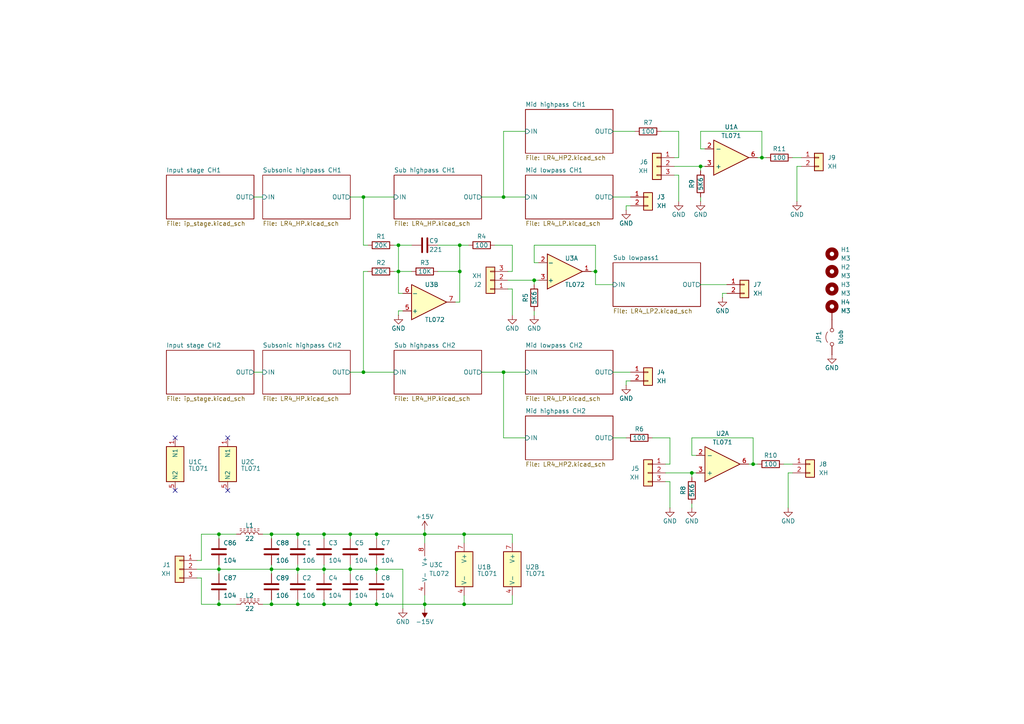
<source format=kicad_sch>
(kicad_sch (version 20231120) (generator "eeschema") (generator_version "8.0")
  (paper "A4")
  (title_block (title "Electronic crossover for 2.1 audio systems") (company "Haos Redro") (comment 1 "Released under CERN OHL 2.0-S") (comment 2 "Copyright Taiyo Rawle 2025") (comment 3 "Haos Redro PN: 0000.011D"))
  (lib_symbols
    (symbol "Amplifier_Operational:TL072" (pin_names (offset 0.127))
      (property "Reference" "U" (at 0 5.08 0))
      (property "Value" "TL072" (at 0 -5.08 0))
      (symbol "TL072_1_1"
        (polyline (pts (xy -5.08 5.08) (xy 5.08 0) (xy -5.08 -5.08) (xy -5.08 5.08)) (stroke (width 0.254)) (fill (type background)))
        (pin output line (at 7.62 0 180) (length 2.54) (name "~") (number "1"))
        (pin input line (at -7.62 -2.54 0) (length 2.54) (name "-") (number "2"))
        (pin input line (at -7.62 2.54 0) (length 2.54) (name "+") (number "3"))
      )
      (symbol "TL072_2_1"
        (polyline (pts (xy -5.08 5.08) (xy 5.08 0) (xy -5.08 -5.08) (xy -5.08 5.08)) (stroke (width 0.254)) (fill (type background)))
        (pin input line (at -7.62 2.54 0) (length 2.54) (name "+") (number "5"))
        (pin input line (at -7.62 -2.54 0) (length 2.54) (name "-") (number "6"))
        (pin output line (at 7.62 0 180) (length 2.54) (name "~") (number "7"))
      )
      (symbol "TL072_3_1"
        (pin power_in line (at -2.54 -7.62 90) (length 3.81) (name "V-") (number "4"))
        (pin power_in line (at -2.54 7.62 270) (length 3.81) (name "V+") (number "8"))
      )
    )
    (symbol "Connector_Generic:Conn_01x02" (pin_names (offset 1.016) hide)
      (property "Reference" "J" (at 0 2.54 0))
      (property "Value" "Conn_01x02" (at 0 -5.08 0))
      (symbol "Conn_01x02_1_1"
        (rectangle (start -1.27 -2.413) (end 0 -2.667) (stroke (width 0.1524)))
        (rectangle (start -1.27 0.127) (end 0 -0.127) (stroke (width 0.1524)))
        (rectangle (start -1.27 1.27) (end 1.27 -3.81) (stroke (width 0.254)) (fill (type background)))
        (pin passive line (at -5.08 0 0) (length 3.81) (name "Pin_1") (number "1"))
        (pin passive line (at -5.08 -2.54 0) (length 3.81) (name "Pin_2") (number "2"))
      )
    )
    (symbol "Connector_Generic:Conn_01x03" (pin_names (offset 1.016) hide)
      (property "Reference" "J" (at 0 5.08 0))
      (property "Value" "Conn_01x03" (at 0 -5.08 0))
      (symbol "Conn_01x03_1_1"
        (rectangle (start -1.27 -2.413) (end 0 -2.667) (stroke (width 0.1524)))
        (rectangle (start -1.27 0.127) (end 0 -0.127) (stroke (width 0.1524)))
        (rectangle (start -1.27 2.667) (end 0 2.413) (stroke (width 0.1524)))
        (rectangle (start -1.27 3.81) (end 1.27 -3.81) (stroke (width 0.254)) (fill (type background)))
        (pin passive line (at -5.08 2.54 0) (length 3.81) (name "Pin_1") (number "1"))
        (pin passive line (at -5.08 0 0) (length 3.81) (name "Pin_2") (number "2"))
        (pin passive line (at -5.08 -2.54 0) (length 3.81) (name "Pin_3") (number "3"))
      )
    )
    (symbol "Device:C" (pin_numbers hide) (pin_names (offset 0.254))
      (property "Reference" "C" (at 0.635 2.54 0))
      (property "Value" "C" (at 0.635 -2.54 0))
      (symbol "C_0_1"
        (polyline (pts (xy -2.032 -0.762) (xy 2.032 -0.762)) (stroke (width 0.508)))
        (polyline (pts (xy -2.032 0.762) (xy 2.032 0.762)) (stroke (width 0.508)))
      )
      (symbol "C_1_1"
        (pin passive line (at 0 3.81 270) (length 2.794) (name "~") (number "1"))
        (pin passive line (at 0 -3.81 90) (length 2.794) (name "~") (number "2"))
      )
    )
    (symbol "Device:L_Ferrite" (pin_numbers hide) (pin_names (offset 1.016) hide)
      (property "Reference" "L" (at -1.27 0 90))
      (property "Value" "L_Ferrite" (at 2.794 0 90))
      (symbol "L_Ferrite_0_1"
        (arc (start 0 -2.54) (mid 0.6323 -1.905) (end 0 -1.27))
        (arc (start 0 -1.27) (mid 0.6323 -0.635) (end 0 0))
        (polyline (pts (xy 1.016 -2.794) (xy 1.016 -2.286)))
        (polyline (pts (xy 1.016 -1.778) (xy 1.016 -1.27)))
        (polyline (pts (xy 1.016 -0.762) (xy 1.016 -0.254)))
        (polyline (pts (xy 1.016 0.254) (xy 1.016 0.762)))
        (polyline (pts (xy 1.016 1.27) (xy 1.016 1.778)))
        (polyline (pts (xy 1.016 2.286) (xy 1.016 2.794)))
        (polyline (pts (xy 1.524 -2.286) (xy 1.524 -2.794)))
        (polyline (pts (xy 1.524 -1.27) (xy 1.524 -1.778)))
        (polyline (pts (xy 1.524 -0.254) (xy 1.524 -0.762)))
        (polyline (pts (xy 1.524 0.762) (xy 1.524 0.254)))
        (polyline (pts (xy 1.524 1.778) (xy 1.524 1.27)))
        (polyline (pts (xy 1.524 2.794) (xy 1.524 2.286)))
        (arc (start 0 0) (mid 0.6323 0.635) (end 0 1.27))
        (arc (start 0 1.27) (mid 0.6323 1.905) (end 0 2.54))
      )
      (symbol "L_Ferrite_1_1"
        (pin passive line (at 0 3.81 270) (length 1.27) (name "1") (number "1"))
        (pin passive line (at 0 -3.81 90) (length 1.27) (name "2") (number "2"))
      )
    )
    (symbol "Device:R" (pin_numbers hide) (pin_names (offset 0))
      (property "Reference" "R" (at 2.032 0 90))
      (property "Value" "R" (at 0 0 90))
      (symbol "R_0_1"
        (rectangle (start -1.016 -2.54) (end 1.016 2.54) (stroke (width 0.254)))
      )
      (symbol "R_1_1"
        (pin passive line (at 0 3.81 270) (length 1.27) (name "~") (number "1"))
        (pin passive line (at 0 -3.81 90) (length 1.27) (name "~") (number "2"))
      )
    )
    (symbol "HR Parts:OPAMP_GENERIC_8P_MP"
      (property "Reference" "U" (at -3.81 0 0))
      (symbol "OPAMP_GENERIC_8P_MP_1_1"
        (polyline (pts (xy -3.81 -5.08) (xy -3.81 5.08) (xy 6.35 0) (xy -3.81 -5.08)) (stroke (width 0.254)) (fill (type background)))
        (pin input line (at -6.35 2.54 0) (length 2.54) (name "-") (number "2"))
        (pin input line (at -6.35 -2.54 0) (length 2.54) (name "+") (number "3"))
        (pin output line (at 8.89 0 180) (length 2.54) (name "") (number "6"))
        (pin no_connect line (at 0 0 90) (length 0) hide (name "") (number "8"))
      )
      (symbol "OPAMP_GENERIC_8P_MP_2_1"
        (rectangle (start -2.54 5.08) (end 2.54 -5.08) (stroke (width 0.254)) (fill (type background)))
        (pin power_in line (at 0 -7.62 90) (length 2.54) (name "V-") (number "4"))
        (pin power_in line (at 0 7.62 270) (length 2.54) (name "V+") (number "7"))
      )
      (symbol "OPAMP_GENERIC_8P_MP_3_1"
        (rectangle (start -2.54 5.08) (end 2.54 -5.08) (stroke (width 0.254)) (fill (type background)))
        (pin input line (at 0 7.62 270) (length 2.54) (name "N1") (number "1"))
        (pin input line (at 0 -7.62 90) (length 2.54) (name "N2") (number "5"))
      )
    )
    (symbol "Jumper:Jumper_2_Open" (pin_numbers hide) (pin_names (offset 0) hide) (exclude_from_sim yes)
      (property "Reference" "JP" (at 0 2.794 0))
      (property "Value" "Jumper_2_Open" (at 0 -2.286 0))
      (symbol "Jumper_2_Open_0_0"
        (circle (center -2.032 0) (radius 0.508))
        (circle (center 2.032 0) (radius 0.508))
      )
      (symbol "Jumper_2_Open_0_1"
        (arc (start 1.524 1.27) (mid 0 1.778) (end -1.524 1.27))
      )
      (symbol "Jumper_2_Open_1_1"
        (pin passive line (at -5.08 0 0) (length 2.54) (name "A") (number "1"))
        (pin passive line (at 5.08 0 180) (length 2.54) (name "B") (number "2"))
      )
    )
    (symbol "Mechanical:MountingHole" (pin_names (offset 1.016)) (exclude_from_sim yes) (in_bom no)
      (property "Reference" "H" (at 0 5.08 0))
      (property "Value" "MountingHole" (at 0 3.175 0))
      (symbol "MountingHole_0_1"
        (circle (center 0 0) (radius 1.27) (stroke (width 1.27)))
      )
    )
    (symbol "Mechanical:MountingHole_Pad" (pin_numbers hide) (pin_names (offset 1.016) hide) (exclude_from_sim yes) (in_bom no)
      (property "Reference" "H" (at 0 6.35 0))
      (property "Value" "MountingHole_Pad" (at 0 4.445 0))
      (symbol "MountingHole_Pad_0_1"
        (circle (center 0 1.27) (radius 1.27) (stroke (width 1.27)))
      )
      (symbol "MountingHole_Pad_1_1"
        (pin input line (at 0 -2.54 90) (length 2.54) (name "1") (number "1"))
      )
    )
    (symbol "power:+15V" (power) (pin_numbers hide) (pin_names (offset 0) hide)
      (property "Value" "+15V" (at 0 3.556 0))
      (symbol "+15V_0_1"
        (polyline (pts (xy -0.762 1.27) (xy 0 2.54)))
        (polyline (pts (xy 0 0) (xy 0 2.54)))
        (polyline (pts (xy 0 2.54) (xy 0.762 1.27)))
      )
      (symbol "+15V_1_1"
        (pin power_in line (at 0 0 90) (length 0) (name "~") (number "1"))
      )
    )
    (symbol "power:-15V" (power) (pin_numbers hide) (pin_names (offset 0) hide)
      (property "Value" "-15V" (at 0 3.556 0))
      (symbol "-15V_0_0"
        (pin power_in line (at 0 0 90) (length 0) (name "~") (number "1"))
      )
      (symbol "-15V_0_1"
        (polyline (pts (xy 0 0) (xy 0 1.27) (xy 0.762 1.27) (xy 0 2.54) (xy -0.762 1.27) (xy 0 1.27)) (fill (type outline)))
      )
    )
    (symbol "power:GND" (power) (pin_numbers hide) (pin_names (offset 0) hide)
      (property "Value" "GND" (at 0 -3.81 0))
      (symbol "GND_0_1"
        (polyline (pts (xy 0 0) (xy 0 -1.27) (xy 1.27 -1.27) (xy 0 -2.54) (xy -1.27 -1.27) (xy 0 -1.27)))
      )
      (symbol "GND_1_1"
        (pin power_in line (at 0 0 270) (length 0) (name "~") (number "1"))
      )
    )
  )
  (junction (at 109.22 165.1))
  (junction (at 105.41 57.15))
  (junction (at 63.5 165.1))
  (junction (at 78.74 154.94))
  (junction (at 203.2 48.26))
  (junction (at 78.74 165.1))
  (junction (at 101.6 154.94))
  (junction (at 134.62 175.26))
  (junction (at 146.05 107.95))
  (junction (at 154.94 81.28))
  (junction (at 133.35 71.12))
  (junction (at 86.36 175.26))
  (junction (at 63.5 175.26))
  (junction (at 109.22 154.94))
  (junction (at 220.98 45.72))
  (junction (at 101.6 175.26))
  (junction (at 93.98 165.1))
  (junction (at 218.44 134.62))
  (junction (at 93.98 154.94))
  (junction (at 93.98 175.26))
  (junction (at 63.5 154.94))
  (junction (at 78.74 175.26))
  (junction (at 133.35 78.74))
  (junction (at 109.22 175.26))
  (junction (at 172.72 78.74))
  (junction (at 86.36 165.1))
  (junction (at 146.05 57.15))
  (junction (at 123.19 154.94))
  (junction (at 86.36 154.94))
  (junction (at 105.41 107.95))
  (junction (at 115.57 71.12))
  (junction (at 200.66 137.16))
  (junction (at 134.62 154.94))
  (junction (at 123.19 175.26))
  (junction (at 101.6 165.1))
  (junction (at 115.57 78.74))
  (no_connect (at 66.04 142.24))
  (no_connect (at 66.04 127))
  (no_connect (at 50.8 127))
  (no_connect (at 50.8 142.24))
  (wire (pts (xy 78.74 175.26) (xy 86.36 175.26)))
  (wire (pts (xy 106.68 78.74) (xy 105.41 78.74)))
  (wire (pts (xy 156.21 76.2) (xy 154.94 76.2)))
  (wire (pts (xy 109.22 165.1) (xy 116.84 165.1)))
  (wire (pts (xy 105.41 78.74) (xy 105.41 107.95)))
  (wire (pts (xy 115.57 90.17) (xy 115.57 91.44)))
  (wire (pts (xy 181.61 110.49) (xy 181.61 111.76)))
  (wire (pts (xy 172.72 71.12) (xy 172.72 78.74)))
  (wire (pts (xy 229.87 134.62) (xy 227.33 134.62)))
  (wire (pts (xy 134.62 175.26) (xy 148.59 175.26)))
  (wire (pts (xy 133.35 71.12) (xy 135.89 71.12)))
  (wire (pts (xy 123.19 153.67) (xy 123.19 154.94)))
  (wire (pts (xy 139.7 107.95) (xy 146.05 107.95)))
  (wire (pts (xy 57.15 167.64) (xy 58.42 167.64)))
  (wire (pts (xy 177.8 57.15) (xy 182.88 57.15)))
  (wire (pts (xy 101.6 107.95) (xy 105.41 107.95)))
  (wire (pts (xy 196.85 58.42) (xy 196.85 50.8)))
  (wire (pts (xy 133.35 78.74) (xy 133.35 71.12)))
  (wire (pts (xy 101.6 57.15) (xy 105.41 57.15)))
  (wire (pts (xy 194.31 127) (xy 189.23 127)))
  (wire (pts (xy 78.74 154.94) (xy 86.36 154.94)))
  (wire (pts (xy 209.55 85.09) (xy 209.55 86.36)))
  (wire (pts (xy 57.15 162.56) (xy 58.42 162.56)))
  (wire (pts (xy 86.36 175.26) (xy 86.36 173.99)))
  (wire (pts (xy 106.68 71.12) (xy 105.41 71.12)))
  (wire (pts (xy 134.62 154.94) (xy 148.59 154.94)))
  (wire (pts (xy 93.98 173.99) (xy 93.98 175.26)))
  (wire (pts (xy 115.57 78.74) (xy 119.38 78.74)))
  (wire (pts (xy 63.5 165.1) (xy 63.5 166.37)))
  (wire (pts (xy 177.8 127) (xy 181.61 127)))
  (wire (pts (xy 116.84 90.17) (xy 115.57 90.17)))
  (wire (pts (xy 220.98 45.72) (xy 219.71 45.72)))
  (wire (pts (xy 109.22 173.99) (xy 109.22 175.26)))
  (wire (pts (xy 101.6 165.1) (xy 109.22 165.1)))
  (wire (pts (xy 228.6 137.16) (xy 229.87 137.16)))
  (wire (pts (xy 154.94 76.2) (xy 154.94 71.12)))
  (wire (pts (xy 78.74 154.94) (xy 78.74 156.21)))
  (wire (pts (xy 193.04 134.62) (xy 194.31 134.62)))
  (wire (pts (xy 200.66 127) (xy 218.44 127)))
  (wire (pts (xy 220.98 38.1) (xy 220.98 45.72)))
  (wire (pts (xy 200.66 132.08) (xy 200.66 127)))
  (wire (pts (xy 63.5 154.94) (xy 63.5 156.21)))
  (wire (pts (xy 93.98 165.1) (xy 101.6 165.1)))
  (wire (pts (xy 133.35 71.12) (xy 127 71.12)))
  (wire (pts (xy 177.8 82.55) (xy 172.72 82.55)))
  (wire (pts (xy 154.94 90.17) (xy 154.94 91.44)))
  (wire (pts (xy 101.6 154.94) (xy 109.22 154.94)))
  (wire (pts (xy 114.3 71.12) (xy 115.57 71.12)))
  (wire (pts (xy 78.74 173.99) (xy 78.74 175.26)))
  (wire (pts (xy 115.57 85.09) (xy 116.84 85.09)))
  (wire (pts (xy 172.72 82.55) (xy 172.72 78.74)))
  (wire (pts (xy 63.5 173.99) (xy 63.5 175.26)))
  (wire (pts (xy 93.98 154.94) (xy 93.98 156.21)))
  (wire (pts (xy 148.59 78.74) (xy 148.59 71.12)))
  (wire (pts (xy 123.19 175.26) (xy 134.62 175.26)))
  (wire (pts (xy 133.35 87.63) (xy 133.35 78.74)))
  (wire (pts (xy 58.42 154.94) (xy 63.5 154.94)))
  (wire (pts (xy 148.59 91.44) (xy 148.59 83.82)))
  (wire (pts (xy 78.74 165.1) (xy 78.74 166.37)))
  (wire (pts (xy 134.62 154.94) (xy 134.62 157.48)))
  (wire (pts (xy 73.66 57.15) (xy 76.2 57.15)))
  (wire (pts (xy 148.59 71.12) (xy 143.51 71.12)))
  (wire (pts (xy 177.8 38.1) (xy 184.15 38.1)))
  (wire (pts (xy 73.66 107.95) (xy 76.2 107.95)))
  (wire (pts (xy 78.74 163.83) (xy 78.74 165.1)))
  (wire (pts (xy 109.22 154.94) (xy 109.22 156.21)))
  (wire (pts (xy 210.82 85.09) (xy 209.55 85.09)))
  (wire (pts (xy 115.57 78.74) (xy 115.57 85.09)))
  (wire (pts (xy 123.19 175.26) (xy 123.19 176.53)))
  (wire (pts (xy 123.19 154.94) (xy 134.62 154.94)))
  (wire (pts (xy 101.6 165.1) (xy 101.6 166.37)))
  (wire (pts (xy 172.72 78.74) (xy 171.45 78.74)))
  (wire (pts (xy 78.74 165.1) (xy 86.36 165.1)))
  (wire (pts (xy 132.08 87.63) (xy 133.35 87.63)))
  (wire (pts (xy 93.98 154.94) (xy 101.6 154.94)))
  (wire (pts (xy 203.2 43.18) (xy 203.2 38.1)))
  (wire (pts (xy 134.62 175.26) (xy 134.62 172.72)))
  (wire (pts (xy 86.36 165.1) (xy 86.36 166.37)))
  (wire (pts (xy 86.36 175.26) (xy 93.98 175.26)))
  (wire (pts (xy 181.61 59.69) (xy 181.61 60.96)))
  (wire (pts (xy 146.05 57.15) (xy 152.4 57.15)))
  (wire (pts (xy 194.31 139.7) (xy 193.04 139.7)))
  (wire (pts (xy 105.41 107.95) (xy 114.3 107.95)))
  (wire (pts (xy 204.47 43.18) (xy 203.2 43.18)))
  (wire (pts (xy 218.44 127) (xy 218.44 134.62)))
  (wire (pts (xy 194.31 147.32) (xy 194.31 139.7)))
  (wire (pts (xy 146.05 107.95) (xy 152.4 107.95)))
  (wire (pts (xy 58.42 175.26) (xy 63.5 175.26)))
  (wire (pts (xy 139.7 57.15) (xy 146.05 57.15)))
  (wire (pts (xy 76.2 154.94) (xy 78.74 154.94)))
  (wire (pts (xy 146.05 38.1) (xy 152.4 38.1)))
  (wire (pts (xy 147.32 81.28) (xy 154.94 81.28)))
  (wire (pts (xy 58.42 162.56) (xy 58.42 154.94)))
  (wire (pts (xy 101.6 163.83) (xy 101.6 165.1)))
  (wire (pts (xy 203.2 57.15) (xy 203.2 58.42)))
  (wire (pts (xy 115.57 71.12) (xy 119.38 71.12)))
  (wire (pts (xy 200.66 137.16) (xy 201.93 137.16)))
  (wire (pts (xy 193.04 137.16) (xy 200.66 137.16)))
  (wire (pts (xy 154.94 81.28) (xy 154.94 82.55)))
  (wire (pts (xy 123.19 175.26) (xy 123.19 172.72)))
  (wire (pts (xy 86.36 154.94) (xy 86.36 156.21)))
  (wire (pts (xy 93.98 165.1) (xy 93.98 166.37)))
  (wire (pts (xy 154.94 71.12) (xy 172.72 71.12)))
  (wire (pts (xy 127 78.74) (xy 133.35 78.74)))
  (wire (pts (xy 116.84 165.1) (xy 116.84 176.53)))
  (wire (pts (xy 76.2 175.26) (xy 78.74 175.26)))
  (wire (pts (xy 114.3 78.74) (xy 115.57 78.74)))
  (wire (pts (xy 228.6 147.32) (xy 228.6 137.16)))
  (wire (pts (xy 231.14 48.26) (xy 232.41 48.26)))
  (wire (pts (xy 58.42 167.64) (xy 58.42 175.26)))
  (wire (pts (xy 93.98 175.26) (xy 101.6 175.26)))
  (wire (pts (xy 146.05 57.15) (xy 146.05 38.1)))
  (wire (pts (xy 63.5 154.94) (xy 68.58 154.94)))
  (wire (pts (xy 101.6 175.26) (xy 109.22 175.26)))
  (wire (pts (xy 148.59 83.82) (xy 147.32 83.82)))
  (wire (pts (xy 109.22 163.83) (xy 109.22 165.1)))
  (wire (pts (xy 146.05 127) (xy 152.4 127)))
  (wire (pts (xy 147.32 78.74) (xy 148.59 78.74)))
  (wire (pts (xy 182.88 110.49) (xy 181.61 110.49)))
  (wire (pts (xy 218.44 134.62) (xy 219.71 134.62)))
  (wire (pts (xy 177.8 107.95) (xy 182.88 107.95)))
  (wire (pts (xy 63.5 165.1) (xy 78.74 165.1)))
  (wire (pts (xy 203.2 48.26) (xy 204.47 48.26)))
  (wire (pts (xy 93.98 163.83) (xy 93.98 165.1)))
  (wire (pts (xy 57.15 165.1) (xy 63.5 165.1)))
  (wire (pts (xy 63.5 163.83) (xy 63.5 165.1)))
  (wire (pts (xy 196.85 50.8) (xy 195.58 50.8)))
  (wire (pts (xy 105.41 57.15) (xy 114.3 57.15)))
  (wire (pts (xy 63.5 175.26) (xy 68.58 175.26)))
  (wire (pts (xy 203.2 82.55) (xy 210.82 82.55)))
  (wire (pts (xy 218.44 134.62) (xy 217.17 134.62)))
  (wire (pts (xy 148.59 175.26) (xy 148.59 172.72)))
  (wire (pts (xy 148.59 154.94) (xy 148.59 157.48)))
  (wire (pts (xy 86.36 154.94) (xy 93.98 154.94)))
  (wire (pts (xy 101.6 173.99) (xy 101.6 175.26)))
  (wire (pts (xy 195.58 45.72) (xy 196.85 45.72)))
  (wire (pts (xy 232.41 45.72) (xy 229.87 45.72)))
  (wire (pts (xy 109.22 165.1) (xy 109.22 166.37)))
  (wire (pts (xy 203.2 38.1) (xy 220.98 38.1)))
  (wire (pts (xy 201.93 132.08) (xy 200.66 132.08)))
  (wire (pts (xy 109.22 175.26) (xy 123.19 175.26)))
  (wire (pts (xy 195.58 48.26) (xy 203.2 48.26)))
  (wire (pts (xy 200.66 146.05) (xy 200.66 147.32)))
  (wire (pts (xy 109.22 154.94) (xy 123.19 154.94)))
  (wire (pts (xy 194.31 134.62) (xy 194.31 127)))
  (wire (pts (xy 154.94 81.28) (xy 156.21 81.28)))
  (wire (pts (xy 196.85 45.72) (xy 196.85 38.1)))
  (wire (pts (xy 231.14 58.42) (xy 231.14 48.26)))
  (wire (pts (xy 182.88 59.69) (xy 181.61 59.69)))
  (wire (pts (xy 203.2 48.26) (xy 203.2 49.53)))
  (wire (pts (xy 115.57 71.12) (xy 115.57 78.74)))
  (wire (pts (xy 86.36 165.1) (xy 86.36 163.83)))
  (wire (pts (xy 86.36 165.1) (xy 93.98 165.1)))
  (wire (pts (xy 146.05 107.95) (xy 146.05 127)))
  (wire (pts (xy 200.66 137.16) (xy 200.66 138.43)))
  (wire (pts (xy 220.98 45.72) (xy 222.25 45.72)))
  (wire (pts (xy 101.6 156.21) (xy 101.6 154.94)))
  (wire (pts (xy 105.41 57.15) (xy 105.41 71.12)))
  (wire (pts (xy 196.85 38.1) (xy 191.77 38.1)))
  (wire (pts (xy 123.19 154.94) (xy 123.19 157.48)))
  (symbol (lib_id "HR Parts:OPAMP_GENERIC_8P_MP") (at 148.59 165.1 0) (unit 2)
    (property "Reference" "U2" (at 152.4 164.4649 0) (effects (justify left)))
    (property "Value" "TL071" (at 152.4 166.37 0) (effects (justify left)))
    (property "Footprint" "Package_SO:SOIC-8_3.9x4.9mm_P1.27mm" (effects (hide yes)))
    (property "Description" "8-pin single opamp split into separate units for power pins and offset null pins." (effects (hide yes)))
  )
  (symbol (lib_id "Device:L_Ferrite") (at 72.39 154.94 90) (unit 1)
    (property "Reference" "L1" (at 72.39 152.4 90))
    (property "Value" "22" (at 72.39 156.21 90))
    (property "Footprint" "Inductor_SMD:L_1210_3225Metric" (effects (hide yes)))
    (property "Description" "Inductor with ferrite core" (effects (hide yes)))
  )
  (symbol (lib_id "Jumper:Jumper_2_Open") (at 241.3 97.79 90) (unit 1) (exclude_from_sim yes)
    (property "Reference" "JP1" (at 237.49 97.79 0))
    (property "Value" "blob" (at 243.84 97.79 0))
    (property "Footprint" "Jumper:SolderJumper-2_P1.3mm_Open_RoundedPad1.0x1.5mm" (effects (hide yes)))
    (property "Description" "Jumper, 2-pole, open" (effects (hide yes)))
  )
  (symbol (lib_id "power:GND") (at 148.59 91.44 0) (unit 1)
    (property "Reference" "#PWR05" (effects (hide yes)))
    (property "Value" "GND" (at 148.59 95.25 0))
    (property "Description" "Power symbol creates a global label with name \"GND\" , ground" (effects (hide yes)))
  )
  (symbol (lib_id "Device:R") (at 185.42 127 90) (unit 1)
    (property "Reference" "R6" (at 185.42 124.46 90))
    (property "Value" "100" (at 185.42 127 90))
    (property "Footprint" "Resistor_SMD:R_0805_2012Metric" (effects (hide yes)))
    (property "Description" "Resistor" (effects (hide yes)))
  )
  (symbol (lib_id "HR Parts:OPAMP_GENERIC_8P_MP") (at 134.62 165.1 0) (unit 2)
    (property "Reference" "U1" (at 138.43 164.4649 0) (effects (justify left)))
    (property "Value" "TL071" (at 138.43 166.37 0) (effects (justify left)))
    (property "Footprint" "Package_SO:SOIC-8_3.9x4.9mm_P1.27mm" (effects (hide yes)))
    (property "Description" "8-pin single opamp split into separate units for power pins and offset null pins." (effects (hide yes)))
  )
  (symbol (lib_id "Device:C") (at 123.19 71.12 90) (unit 1)
    (property "Reference" "C9" (at 124.46 69.85 90) (effects (justify right)))
    (property "Value" "221" (at 124.46 72.39 90) (effects (justify right)))
    (property "Footprint" "Capacitor_SMD:C_0805_2012Metric" (effects (hide yes)))
    (property "Description" "Unpolarized capacitor" (effects (hide yes)))
  )
  (symbol (lib_id "HR Parts:OPAMP_GENERIC_8P_MP") (at 210.82 45.72 0) (unit 1)
    (property "Reference" "U1" (at 212.09 36.83 0))
    (property "Value" "TL071" (at 212.09 39.37 0))
    (property "Footprint" "Package_SO:SOIC-8_3.9x4.9mm_P1.27mm" (effects (hide yes)))
    (property "Description" "8-pin single opamp split into separate units for power pins and offset null pins." (effects (hide yes)))
  )
  (symbol (lib_id "Connector_Generic:Conn_01x03") (at 52.07 165.1 0) (mirror y) (unit 1)
    (property "Reference" "J1" (at 49.53 163.8299 0) (effects (justify left)))
    (property "Value" "XH" (at 49.53 166.3699 0) (effects (justify left)))
    (property "Footprint" "Connector_JST:JST_XH_B3B-XH-AM_1x03_P2.50mm_Vertical" (effects (hide yes)))
    (property "Description" "Generic connector, single row, 01x03, script generated (kicad-library-utils/schlib/autogen/connector/)" (effects (hide yes)))
  )
  (symbol (lib_id "Device:C") (at 78.74 160.02 0) (unit 1)
    (property "Reference" "C88" (at 80.01 157.48 0) (effects (justify left)))
    (property "Value" "106" (at 80.01 162.56 0) (effects (justify left)))
    (property "Footprint" "Capacitor_SMD:C_1210_3225Metric" (effects (hide yes)))
    (property "Description" "Unpolarized capacitor" (effects (hide yes)))
  )
  (symbol (lib_id "Device:L_Ferrite") (at 72.39 175.26 90) (unit 1)
    (property "Reference" "L2" (at 72.39 172.72 90))
    (property "Value" "22" (at 72.39 176.53 90))
    (property "Footprint" "Inductor_SMD:L_1210_3225Metric" (effects (hide yes)))
    (property "Description" "Inductor with ferrite core" (effects (hide yes)))
  )
  (symbol (lib_id "Mechanical:MountingHole") (at 241.3 83.82 0) (unit 1) (exclude_from_sim yes) (in_bom no)
    (property "Reference" "H3" (at 243.84 82.5499 0) (effects (justify left)))
    (property "Value" "M3" (at 243.84 85.0899 0) (effects (justify left)))
    (property "Footprint" "MountingHole:MountingHole_3.2mm_M3" (effects (hide yes)))
    (property "Description" "Mounting Hole without connection" (effects (hide yes)))
  )
  (symbol (lib_id "Device:R") (at 223.52 134.62 90) (unit 1)
    (property "Reference" "R10" (at 223.52 132.08 90))
    (property "Value" "100" (at 223.52 134.62 90))
    (property "Footprint" "Resistor_SMD:R_0805_2012Metric" (effects (hide yes)))
    (property "Description" "Resistor" (effects (hide yes)))
  )
  (symbol (lib_id "Device:C") (at 86.36 170.18 0) (unit 1)
    (property "Reference" "C2" (at 87.63 167.64 0) (effects (justify left)))
    (property "Value" "106" (at 87.63 172.72 0) (effects (justify left)))
    (property "Footprint" "Capacitor_SMD:C_1210_3225Metric" (effects (hide yes)))
    (property "Description" "Unpolarized capacitor" (effects (hide yes)))
  )
  (symbol (lib_id "power:GND") (at 209.55 86.36 0) (unit 1)
    (property "Reference" "#PWR013" (effects (hide yes)))
    (property "Value" "GND" (at 209.55 90.17 0))
    (property "Description" "Power symbol creates a global label with name \"GND\" , ground" (effects (hide yes)))
  )
  (symbol (lib_id "power:GND") (at 115.57 91.44 0) (unit 1)
    (property "Reference" "#PWR01" (effects (hide yes)))
    (property "Value" "GND" (at 115.57 95.25 0))
    (property "Description" "Power symbol creates a global label with name \"GND\" , ground" (effects (hide yes)))
  )
  (symbol (lib_id "Device:C") (at 93.98 170.18 0) (unit 1)
    (property "Reference" "C4" (at 95.25 167.64 0) (effects (justify left)))
    (property "Value" "104" (at 95.25 172.72 0) (effects (justify left)))
    (property "Footprint" "Capacitor_SMD:C_0805_2012Metric" (effects (hide yes)))
    (property "Description" "Unpolarized capacitor" (effects (hide yes)))
  )
  (symbol (lib_id "Device:C") (at 78.74 170.18 0) (unit 1)
    (property "Reference" "C89" (at 80.01 167.64 0) (effects (justify left)))
    (property "Value" "106" (at 80.01 172.72 0) (effects (justify left)))
    (property "Footprint" "Capacitor_SMD:C_1210_3225Metric" (effects (hide yes)))
    (property "Description" "Unpolarized capacitor" (effects (hide yes)))
  )
  (symbol (lib_id "Device:R") (at 187.96 38.1 90) (unit 1)
    (property "Reference" "R7" (at 187.96 35.56 90))
    (property "Value" "100" (at 187.96 38.1 90))
    (property "Footprint" "Resistor_SMD:R_0805_2012Metric" (effects (hide yes)))
    (property "Description" "Resistor" (effects (hide yes)))
  )
  (symbol (lib_id "Device:C") (at 93.98 160.02 0) (unit 1)
    (property "Reference" "C3" (at 95.25 157.48 0) (effects (justify left)))
    (property "Value" "104" (at 95.25 162.56 0) (effects (justify left)))
    (property "Footprint" "Capacitor_SMD:C_0805_2012Metric" (effects (hide yes)))
    (property "Description" "Unpolarized capacitor" (effects (hide yes)))
  )
  (symbol (lib_id "power:+15V") (at 123.19 153.67 0) (unit 1)
    (property "Reference" "#PWR03" (effects (hide yes)))
    (property "Value" "+15V" (at 123.19 149.86 0))
    (property "Description" "Power symbol creates a global label with name \"+15V\"" (effects (hide yes)))
  )
  (symbol (lib_id "Device:R") (at 123.19 78.74 90) (unit 1)
    (property "Reference" "R3" (at 123.19 76.2 90))
    (property "Value" "10K" (at 123.19 78.74 90))
    (property "Footprint" "Resistor_SMD:R_0805_2012Metric" (effects (hide yes)))
    (property "Description" "Resistor" (effects (hide yes)))
  )
  (symbol (lib_id "power:GND") (at 196.85 58.42 0) (unit 1)
    (property "Reference" "#PWR010" (effects (hide yes)))
    (property "Value" "GND" (at 196.85 62.23 0))
    (property "Description" "Power symbol creates a global label with name \"GND\" , ground" (effects (hide yes)))
  )
  (symbol (lib_id "power:GND") (at 200.66 147.32 0) (unit 1)
    (property "Reference" "#PWR011" (effects (hide yes)))
    (property "Value" "GND" (at 200.66 151.13 0))
    (property "Description" "Power symbol creates a global label with name \"GND\" , ground" (effects (hide yes)))
  )
  (symbol (lib_id "Connector_Generic:Conn_01x02") (at 237.49 45.72 0) (unit 1)
    (property "Reference" "J9" (at 240.03 45.7199 0) (effects (justify left)))
    (property "Value" "XH" (at 240.03 48.2599 0) (effects (justify left)))
    (property "Footprint" "Connector_JST:JST_XH_B2B-XH-AM_1x02_P2.50mm_Vertical" (effects (hide yes)))
    (property "Description" "Generic connector, single row, 01x02, script generated (kicad-library-utils/schlib/autogen/connector/)" (effects (hide yes)))
  )
  (symbol (lib_id "Amplifier_Operational:TL072") (at 125.73 165.1 0) (unit 3)
    (property "Reference" "U3" (at 124.46 163.8299 0) (effects (justify left)))
    (property "Value" "TL072" (at 124.46 166.3699 0) (effects (justify left)))
    (property "Footprint" "Package_SO:SOIC-8_3.9x4.9mm_P1.27mm" (effects (hide yes)))
    (property "Datasheet" "http://www.ti.com/lit/ds/symlink/tl071.pdf" (effects (hide yes)))
    (property "Description" "Dual Low-Noise JFET-Input Operational Amplifiers, DIP-8/SOIC-8" (effects (hide yes)))
  )
  (symbol (lib_id "Mechanical:MountingHole") (at 241.3 73.66 0) (unit 1) (exclude_from_sim yes) (in_bom no)
    (property "Reference" "H1" (at 243.84 72.3899 0) (effects (justify left)))
    (property "Value" "M3" (at 243.84 74.9299 0) (effects (justify left)))
    (property "Footprint" "MountingHole:MountingHole_3.2mm_M3" (effects (hide yes)))
    (property "Description" "Mounting Hole without connection" (effects (hide yes)))
  )
  (symbol (lib_id "Amplifier_Operational:TL072") (at 163.83 78.74 0) (mirror x) (unit 1)
    (property "Reference" "U3" (at 163.83 74.93 0) (effects (justify left)))
    (property "Value" "TL072" (at 163.83 82.55 0) (effects (justify left)))
    (property "Footprint" "Package_SO:SOIC-8_3.9x4.9mm_P1.27mm" (effects (hide yes)))
    (property "Datasheet" "http://www.ti.com/lit/ds/symlink/tl071.pdf" (effects (hide yes)))
    (property "Description" "Dual Low-Noise JFET-Input Operational Amplifiers, DIP-8/SOIC-8" (effects (hide yes)))
  )
  (symbol (lib_id "Device:R") (at 226.06 45.72 90) (unit 1)
    (property "Reference" "R11" (at 226.06 43.18 90))
    (property "Value" "100" (at 226.06 45.72 90))
    (property "Footprint" "Resistor_SMD:R_0805_2012Metric" (effects (hide yes)))
    (property "Description" "Resistor" (effects (hide yes)))
  )
  (symbol (lib_id "Device:C") (at 63.5 170.18 0) (unit 1)
    (property "Reference" "C87" (at 64.77 167.64 0) (effects (justify left)))
    (property "Value" "104" (at 64.77 172.72 0) (effects (justify left)))
    (property "Footprint" "Capacitor_SMD:C_0805_2012Metric" (effects (hide yes)))
    (property "Description" "Unpolarized capacitor" (effects (hide yes)))
  )
  (symbol (lib_id "power:GND") (at 116.84 176.53 0) (unit 1)
    (property "Reference" "#PWR02" (effects (hide yes)))
    (property "Value" "GND" (at 116.84 180.34 0))
    (property "Description" "Power symbol creates a global label with name \"GND\" , ground" (effects (hide yes)))
  )
  (symbol (lib_id "Device:C") (at 109.22 170.18 0) (unit 1)
    (property "Reference" "C8" (at 110.49 167.64 0) (effects (justify left)))
    (property "Value" "104" (at 110.49 172.72 0) (effects (justify left)))
    (property "Footprint" "Capacitor_SMD:C_0805_2012Metric" (effects (hide yes)))
    (property "Description" "Unpolarized capacitor" (effects (hide yes)))
  )
  (symbol (lib_id "Device:R") (at 110.49 71.12 90) (unit 1)
    (property "Reference" "R1" (at 110.49 68.58 90))
    (property "Value" "20K" (at 110.49 71.12 90))
    (property "Footprint" "Resistor_SMD:R_0805_2012Metric" (effects (hide yes)))
    (property "Description" "Resistor" (effects (hide yes)))
  )
  (symbol (lib_id "Device:R") (at 200.66 142.24 180) (unit 1)
    (property "Reference" "R8" (at 198.12 142.24 90))
    (property "Value" "5K6" (at 200.66 142.24 90))
    (property "Footprint" "Resistor_SMD:R_0805_2012Metric" (effects (hide yes)))
    (property "Description" "Resistor" (effects (hide yes)))
  )
  (symbol (lib_id "power:GND") (at 241.3 102.87 0) (unit 1)
    (property "Reference" "#PWR016" (effects (hide yes)))
    (property "Value" "GND" (at 241.3 106.68 0))
    (property "Description" "Power symbol creates a global label with name \"GND\" , ground" (effects (hide yes)))
  )
  (symbol (lib_id "Device:R") (at 139.7 71.12 90) (unit 1)
    (property "Reference" "R4" (at 139.7 68.58 90))
    (property "Value" "100" (at 139.7 71.12 90))
    (property "Footprint" "Resistor_SMD:R_0805_2012Metric" (effects (hide yes)))
    (property "Description" "Resistor" (effects (hide yes)))
  )
  (symbol (lib_id "power:-15V") (at 123.19 176.53 0) (mirror x) (unit 1)
    (property "Reference" "#PWR04" (effects (hide yes)))
    (property "Value" "-15V" (at 123.19 180.34 0))
    (property "Description" "Power symbol creates a global label with name \"-15V\"" (effects (hide yes)))
  )
  (symbol (lib_id "Mechanical:MountingHole_Pad") (at 241.3 90.17 0) (unit 1) (exclude_from_sim yes) (in_bom no)
    (property "Reference" "H4" (at 243.84 87.6299 0) (effects (justify left)))
    (property "Value" "M3" (at 243.84 90.1699 0) (effects (justify left)))
    (property "Footprint" "MountingHole:MountingHole_3.2mm_M3_Pad" (effects (hide yes)))
    (property "Description" "Mounting Hole with connection" (effects (hide yes)))
  )
  (symbol (lib_id "power:GND") (at 181.61 111.76 0) (unit 1)
    (property "Reference" "#PWR08" (effects (hide yes)))
    (property "Value" "GND" (at 181.61 115.57 0))
    (property "Description" "Power symbol creates a global label with name \"GND\" , ground" (effects (hide yes)))
  )
  (symbol (lib_id "Connector_Generic:Conn_01x02") (at 187.96 57.15 0) (unit 1)
    (property "Reference" "J3" (at 190.5 57.1499 0) (effects (justify left)))
    (property "Value" "XH" (at 190.5 59.6899 0) (effects (justify left)))
    (property "Footprint" "Connector_JST:JST_XH_B2B-XH-AM_1x02_P2.50mm_Vertical" (effects (hide yes)))
    (property "Description" "Generic connector, single row, 01x02, script generated (kicad-library-utils/schlib/autogen/connector/)" (effects (hide yes)))
  )
  (symbol (lib_id "power:GND") (at 203.2 58.42 0) (unit 1)
    (property "Reference" "#PWR012" (effects (hide yes)))
    (property "Value" "GND" (at 203.2 62.23 0))
    (property "Description" "Power symbol creates a global label with name \"GND\" , ground" (effects (hide yes)))
  )
  (symbol (lib_id "power:GND") (at 231.14 58.42 0) (unit 1)
    (property "Reference" "#PWR015" (effects (hide yes)))
    (property "Value" "GND" (at 231.14 62.23 0))
    (property "Description" "Power symbol creates a global label with name \"GND\" , ground" (effects (hide yes)))
  )
  (symbol (lib_id "Connector_Generic:Conn_01x02") (at 215.9 82.55 0) (unit 1)
    (property "Reference" "J7" (at 218.44 82.5499 0) (effects (justify left)))
    (property "Value" "XH" (at 218.44 85.0899 0) (effects (justify left)))
    (property "Footprint" "Connector_JST:JST_XH_B2B-XH-AM_1x02_P2.50mm_Vertical" (effects (hide yes)))
    (property "Description" "Generic connector, single row, 01x02, script generated (kicad-library-utils/schlib/autogen/connector/)" (effects (hide yes)))
  )
  (symbol (lib_id "HR Parts:OPAMP_GENERIC_8P_MP") (at 50.8 134.62 0) (unit 3)
    (property "Reference" "U1" (at 54.61 133.9849 0) (effects (justify left)))
    (property "Value" "TL071" (at 54.61 135.89 0) (effects (justify left)))
    (property "Footprint" "Package_SO:SOIC-8_3.9x4.9mm_P1.27mm" (effects (hide yes)))
    (property "Description" "8-pin single opamp split into separate units for power pins and offset null pins." (effects (hide yes)))
  )
  (symbol (lib_id "Device:C") (at 101.6 160.02 0) (unit 1)
    (property "Reference" "C5" (at 102.87 157.48 0) (effects (justify left)))
    (property "Value" "104" (at 102.87 162.56 0) (effects (justify left)))
    (property "Footprint" "Capacitor_SMD:C_0805_2012Metric" (effects (hide yes)))
    (property "Description" "Unpolarized capacitor" (effects (hide yes)))
  )
  (symbol (lib_id "Connector_Generic:Conn_01x02") (at 187.96 107.95 0) (unit 1)
    (property "Reference" "J4" (at 190.5 107.9499 0) (effects (justify left)))
    (property "Value" "XH" (at 190.5 110.4899 0) (effects (justify left)))
    (property "Footprint" "Connector_JST:JST_XH_B2B-XH-AM_1x02_P2.50mm_Vertical" (effects (hide yes)))
    (property "Description" "Generic connector, single row, 01x02, script generated (kicad-library-utils/schlib/autogen/connector/)" (effects (hide yes)))
  )
  (symbol (lib_id "HR Parts:OPAMP_GENERIC_8P_MP") (at 66.04 134.62 0) (unit 3)
    (property "Reference" "U2" (at 69.85 133.9849 0) (effects (justify left)))
    (property "Value" "TL071" (at 69.85 135.89 0) (effects (justify left)))
    (property "Footprint" "Package_SO:SOIC-8_3.9x4.9mm_P1.27mm" (effects (hide yes)))
    (property "Description" "8-pin single opamp split into separate units for power pins and offset null pins." (effects (hide yes)))
  )
  (symbol (lib_id "power:GND") (at 154.94 91.44 0) (unit 1)
    (property "Reference" "#PWR06" (effects (hide yes)))
    (property "Value" "GND" (at 154.94 95.25 0))
    (property "Description" "Power symbol creates a global label with name \"GND\" , ground" (effects (hide yes)))
  )
  (symbol (lib_id "Connector_Generic:Conn_01x03") (at 190.5 48.26 0) (mirror y) (unit 1)
    (property "Reference" "J6" (at 187.96 46.9899 0) (effects (justify left)))
    (property "Value" "XH" (at 187.96 49.5299 0) (effects (justify left)))
    (property "Footprint" "Connector_JST:JST_XH_B3B-XH-AM_1x03_P2.50mm_Vertical" (effects (hide yes)))
    (property "Description" "Generic connector, single row, 01x03, script generated (kicad-library-utils/schlib/autogen/connector/)" (effects (hide yes)))
  )
  (symbol (lib_id "power:GND") (at 181.61 60.96 0) (unit 1)
    (property "Reference" "#PWR07" (effects (hide yes)))
    (property "Value" "GND" (at 181.61 64.77 0))
    (property "Description" "Power symbol creates a global label with name \"GND\" , ground" (effects (hide yes)))
  )
  (symbol (lib_id "power:GND") (at 194.31 147.32 0) (unit 1)
    (property "Reference" "#PWR09" (effects (hide yes)))
    (property "Value" "GND" (at 194.31 151.13 0))
    (property "Description" "Power symbol creates a global label with name \"GND\" , ground" (effects (hide yes)))
  )
  (symbol (lib_id "Device:R") (at 203.2 53.34 180) (unit 1)
    (property "Reference" "R9" (at 200.66 53.34 90))
    (property "Value" "5K6" (at 203.2 53.34 90))
    (property "Footprint" "Resistor_SMD:R_0805_2012Metric" (effects (hide yes)))
    (property "Description" "Resistor" (effects (hide yes)))
  )
  (symbol (lib_id "HR Parts:OPAMP_GENERIC_8P_MP") (at 208.28 134.62 0) (unit 1)
    (property "Reference" "U2" (at 209.55 125.73 0))
    (property "Value" "TL071" (at 209.55 128.27 0))
    (property "Footprint" "Package_SO:SOIC-8_3.9x4.9mm_P1.27mm" (effects (hide yes)))
    (property "Description" "8-pin single opamp split into separate units for power pins and offset null pins." (effects (hide yes)))
  )
  (symbol (lib_id "Connector_Generic:Conn_01x03") (at 187.96 137.16 0) (mirror y) (unit 1)
    (property "Reference" "J5" (at 185.42 135.8899 0) (effects (justify left)))
    (property "Value" "XH" (at 185.42 138.4299 0) (effects (justify left)))
    (property "Footprint" "Connector_JST:JST_XH_B3B-XH-AM_1x03_P2.50mm_Vertical" (effects (hide yes)))
    (property "Description" "Generic connector, single row, 01x03, script generated (kicad-library-utils/schlib/autogen/connector/)" (effects (hide yes)))
  )
  (symbol (lib_id "Connector_Generic:Conn_01x03") (at 142.24 81.28 180) (unit 1)
    (property "Reference" "J2" (at 139.7 82.5501 0) (effects (justify left)))
    (property "Value" "XH" (at 139.7 80.0101 0) (effects (justify left)))
    (property "Footprint" "Connector_JST:JST_XH_B3B-XH-AM_1x03_P2.50mm_Vertical" (effects (hide yes)))
    (property "Description" "Generic connector, single row, 01x03, script generated (kicad-library-utils/schlib/autogen/connector/)" (effects (hide yes)))
  )
  (symbol (lib_id "Device:R") (at 110.49 78.74 90) (unit 1)
    (property "Reference" "R2" (at 110.49 76.2 90))
    (property "Value" "20K" (at 110.49 78.74 90))
    (property "Footprint" "Resistor_SMD:R_0805_2012Metric" (effects (hide yes)))
    (property "Description" "Resistor" (effects (hide yes)))
  )
  (symbol (lib_id "Mechanical:MountingHole") (at 241.3 78.74 0) (unit 1) (exclude_from_sim yes) (in_bom no)
    (property "Reference" "H2" (at 243.84 77.4699 0) (effects (justify left)))
    (property "Value" "M3" (at 243.84 80.0099 0) (effects (justify left)))
    (property "Footprint" "MountingHole:MountingHole_3.2mm_M3" (effects (hide yes)))
    (property "Description" "Mounting Hole without connection" (effects (hide yes)))
  )
  (symbol (lib_id "Device:C") (at 109.22 160.02 0) (unit 1)
    (property "Reference" "C7" (at 110.49 157.48 0) (effects (justify left)))
    (property "Value" "104" (at 110.49 162.56 0) (effects (justify left)))
    (property "Footprint" "Capacitor_SMD:C_0805_2012Metric" (effects (hide yes)))
    (property "Description" "Unpolarized capacitor" (effects (hide yes)))
  )
  (symbol (lib_id "Device:C") (at 86.36 160.02 0) (unit 1)
    (property "Reference" "C1" (at 87.63 157.48 0) (effects (justify left)))
    (property "Value" "106" (at 87.63 162.56 0) (effects (justify left)))
    (property "Footprint" "Capacitor_SMD:C_1210_3225Metric" (effects (hide yes)))
    (property "Description" "Unpolarized capacitor" (effects (hide yes)))
  )
  (symbol (lib_id "Device:C") (at 101.6 170.18 0) (unit 1)
    (property "Reference" "C6" (at 102.87 167.64 0) (effects (justify left)))
    (property "Value" "104" (at 102.87 172.72 0) (effects (justify left)))
    (property "Footprint" "Capacitor_SMD:C_0805_2012Metric" (effects (hide yes)))
    (property "Description" "Unpolarized capacitor" (effects (hide yes)))
  )
  (symbol (lib_id "Connector_Generic:Conn_01x02") (at 234.95 134.62 0) (unit 1)
    (property "Reference" "J8" (at 237.49 134.6199 0) (effects (justify left)))
    (property "Value" "XH" (at 237.49 137.1599 0) (effects (justify left)))
    (property "Footprint" "Connector_JST:JST_XH_B2B-XH-AM_1x02_P2.50mm_Vertical" (effects (hide yes)))
    (property "Description" "Generic connector, single row, 01x02, script generated (kicad-library-utils/schlib/autogen/connector/)" (effects (hide yes)))
  )
  (symbol (lib_id "Device:R") (at 154.94 86.36 180) (unit 1)
    (property "Reference" "R5" (at 152.4 86.36 90))
    (property "Value" "5K6" (at 154.94 86.36 90))
    (property "Footprint" "Resistor_SMD:R_0805_2012Metric" (effects (hide yes)))
    (property "Description" "Resistor" (effects (hide yes)))
  )
  (symbol (lib_id "Amplifier_Operational:TL072") (at 124.46 87.63 0) (mirror x) (unit 2)
    (property "Reference" "U3" (at 123.19 82.55 0) (effects (justify left)))
    (property "Value" "TL072" (at 123.19 92.71 0) (effects (justify left)))
    (property "Footprint" "Package_SO:SOIC-8_3.9x4.9mm_P1.27mm" (effects (hide yes)))
    (property "Datasheet" "http://www.ti.com/lit/ds/symlink/tl071.pdf" (effects (hide yes)))
    (property "Description" "Dual Low-Noise JFET-Input Operational Amplifiers, DIP-8/SOIC-8" (effects (hide yes)))
  )
  (symbol (lib_id "power:GND") (at 228.6 147.32 0) (unit 1)
    (property "Reference" "#PWR014" (effects (hide yes)))
    (property "Value" "GND" (at 228.6 151.13 0))
    (property "Description" "Power symbol creates a global label with name \"GND\" , ground" (effects (hide yes)))
  )
  (symbol (lib_id "Device:C") (at 63.5 160.02 0) (unit 1)
    (property "Reference" "C86" (at 64.77 157.48 0) (effects (justify left)))
    (property "Value" "104" (at 64.77 162.56 0) (effects (justify left)))
    (property "Footprint" "Capacitor_SMD:C_0805_2012Metric" (effects (hide yes)))
    (property "Description" "Unpolarized capacitor" (effects (hide yes)))
  )
  (sheet (at 114.3 50.8) (size 25.4 12.7) (stroke (width 0.1524))
    (property "Sheetname" "Sub highpass CH1" (at 114.3 50.0884 0) (effects (justify left bottom)))
    (property "Sheetfile" "LR4_HP.kicad_sch" (at 114.3 64.0846 0) (effects (justify left top)))
    (pin "IN" input (at 114.3 57.15 180))
    (pin "OUT" output (at 139.7 57.15 0))
  )
  (sheet (at 76.2 101.6) (size 25.4 12.7) (stroke (width 0.1524))
    (property "Sheetname" "Subsonic highpass CH2" (at 76.2 100.8884 0) (effects (justify left bottom)))
    (property "Sheetfile" "LR4_HP.kicad_sch" (at 76.2 114.8846 0) (effects (justify left top)))
    (pin "IN" input (at 76.2 107.95 180))
    (pin "OUT" output (at 101.6 107.95 0))
  )
  (sheet (at 48.26 50.8) (size 25.4 12.7) (stroke (width 0.1524))
    (property "Sheetname" "Input stage CH1" (at 48.26 50.0884 0) (effects (justify left bottom)))
    (property "Sheetfile" "ip_stage.kicad_sch" (at 48.26 64.0846 0) (effects (justify left top)))
    (pin "OUT" output (at 73.66 57.15 0))
  )
  (sheet (at 177.8 76.2) (size 25.4 12.7) (stroke (width 0.1524))
    (property "Sheetname" "Sub lowpass1" (at 177.8 75.4884 0) (effects (justify left bottom)))
    (property "Sheetfile" "LR4_LP2.kicad_sch" (at 177.8 89.4846 0) (effects (justify left top)))
    (pin "OUT" output (at 203.2 82.55 0))
    (pin "IN" input (at 177.8 82.55 180))
  )
  (sheet (at 76.2 50.8) (size 25.4 12.7) (stroke (width 0.1524))
    (property "Sheetname" "Subsonic highpass CH1" (at 76.2 50.0884 0) (effects (justify left bottom)))
    (property "Sheetfile" "LR4_HP.kicad_sch" (at 76.2 64.0846 0) (effects (justify left top)))
    (pin "IN" input (at 76.2 57.15 180))
    (pin "OUT" output (at 101.6 57.15 0))
  )
  (sheet (at 152.4 101.6) (size 25.4 12.7) (stroke (width 0.1524))
    (property "Sheetname" "Mid lowpass CH2" (at 152.4 100.8884 0) (effects (justify left bottom)))
    (property "Sheetfile" "LR4_LP.kicad_sch" (at 152.4 114.8846 0) (effects (justify left top)))
    (pin "OUT" output (at 177.8 107.95 0))
    (pin "IN" input (at 152.4 107.95 180))
  )
  (sheet (at 114.3 101.6) (size 25.4 12.7) (stroke (width 0.1524))
    (property "Sheetname" "Sub highpass CH2" (at 114.3 100.8884 0) (effects (justify left bottom)))
    (property "Sheetfile" "LR4_HP.kicad_sch" (at 114.3 114.8846 0) (effects (justify left top)))
    (pin "IN" input (at 114.3 107.95 180))
    (pin "OUT" output (at 139.7 107.95 0))
  )
  (sheet (at 152.4 120.65) (size 25.4 12.7) (stroke (width 0.1524))
    (property "Sheetname" "Mid highpass CH2" (at 152.4 119.9384 0) (effects (justify left bottom)))
    (property "Sheetfile" "LR4_HP2.kicad_sch" (at 152.4 133.9346 0) (effects (justify left top)))
    (pin "IN" input (at 152.4 127 180))
    (pin "OUT" output (at 177.8 127 0))
  )
  (sheet (at 152.4 31.75) (size 25.4 12.7) (stroke (width 0.1524))
    (property "Sheetname" "Mid highpass CH1" (at 152.4 31.0384 0) (effects (justify left bottom)))
    (property "Sheetfile" "LR4_HP2.kicad_sch" (at 152.4 45.0346 0) (effects (justify left top)))
    (pin "IN" input (at 152.4 38.1 180))
    (pin "OUT" output (at 177.8 38.1 0))
  )
  (sheet (at 152.4 50.8) (size 25.4 12.7) (stroke (width 0.1524))
    (property "Sheetname" "Mid lowpass CH1" (at 152.4 50.0884 0) (effects (justify left bottom)))
    (property "Sheetfile" "LR4_LP.kicad_sch" (at 152.4 64.0846 0) (effects (justify left top)))
    (pin "OUT" output (at 177.8 57.15 0))
    (pin "IN" input (at 152.4 57.15 180))
  )
  (sheet (at 48.26 101.6) (size 25.4 12.7) (stroke (width 0.1524))
    (property "Sheetname" "Input stage CH2" (at 48.26 100.8884 0) (effects (justify left bottom)))
    (property "Sheetfile" "ip_stage.kicad_sch" (at 48.26 114.8846 0) (effects (justify left top)))
    (pin "OUT" output (at 73.66 107.95 0))
  )
)
</source>
